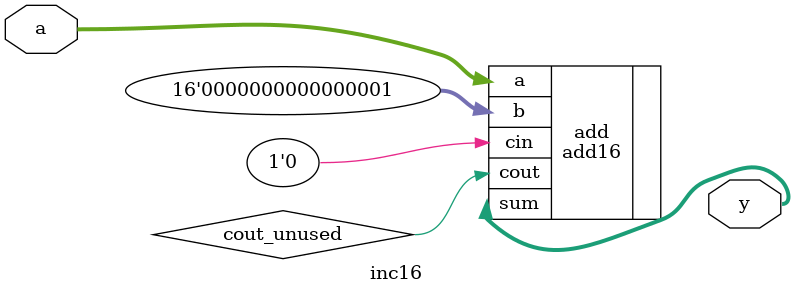
<source format=v>
module inc16(
    input [15:0] a,
    output [15:0] y
);
    wire cout_unused; // carry out is not used in increment
    
    add16 add (
        .a(a), 
        .b(16'h0001),    // add 1 (correct syntax for 16-bit constant)
        .cin(1'b0),      // no carry in
        .sum(y),         // output sum
        .cout(cout_unused) // carry out (unused but must be connected)
    );
    
endmodule

</source>
